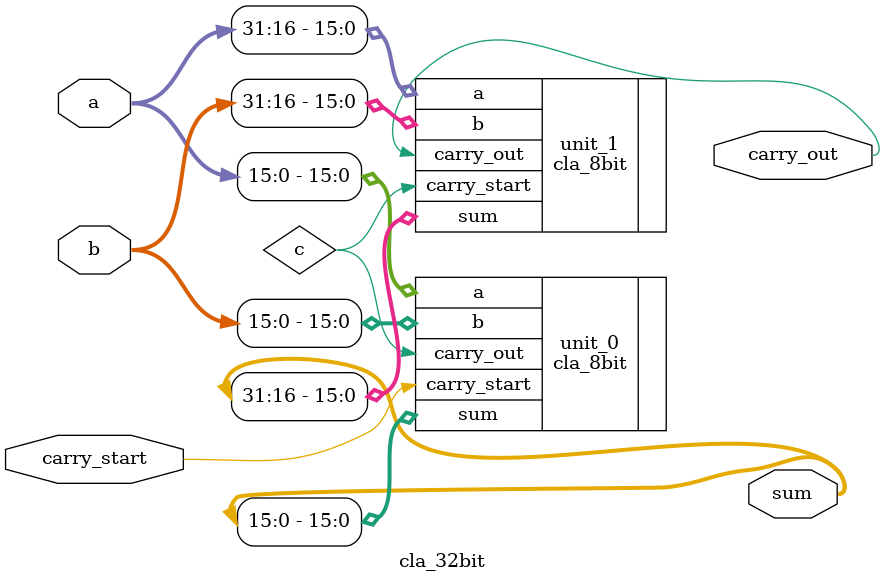
<source format=v>
module cla_32bit(carry_start, a, b, sum, carry_out);
    input carry_start;
    input [31:0] a;
    input [31:0] b;
    output [31:0] sum;
    output carry_out;

    wire c;

    cla_8bit unit_0(
        .carry_start(carry_start),
        .a(a[15:0]),
        .b(b[15:0]),
        .sum(sum[15:0]),
        .carry_out(c)
    );

    cla_8bit unit_1(
        .carry_start(c),
        .a(a[31:16]),
        .b(b[31:16]),
        .sum(sum[31:16]),
        .carry_out(carry_out)
    );
endmodule
</source>
